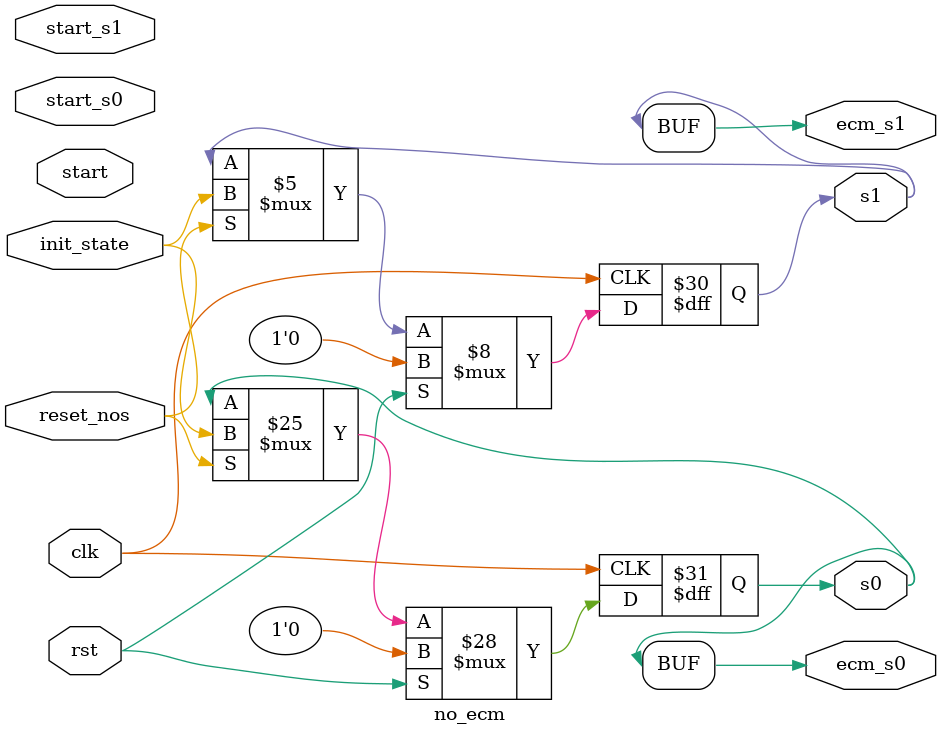
<source format=v>

module no_ecm
(
  input clk,
  input start,
  input rst,
  input reset_nos,
  input start_s0,
  input start_s1,
  input init_state,
  output reg [1-1:0] s0,
  output reg [1-1:0] s1,
  output [1-1:0] ecm_s0,
  output [1-1:0] ecm_s1
);

  reg pass;

  always @(posedge clk) begin
    if(rst) begin
      s0 <= 1'd0;
      pass <= 1'b0;
    end else begin
      if(reset_nos) begin
        s0 <= init_state;
        pass <= 1;
      end else begin
        if(start_s0) begin
          if(pass) begin
            s0 <=  s0 ;
            pass <= 0;
          end else begin
            pass <= 1;
          end
        end 
      end
    end
  end


  always @(posedge clk) begin
    if(rst) begin
      s1 <= 1'd0;
    end else begin
      if(reset_nos) begin
        s1 <= init_state;
      end else begin
        if(start_s1) begin
          s1 <=  s1 ;
        end 
      end
    end
  end

  assign ecm_s0 = s0;
  assign ecm_s1 = s1;

endmodule

</source>
